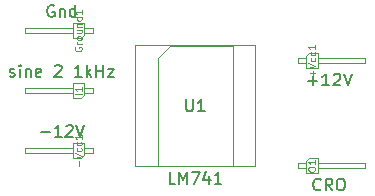
<source format=gbr>
G04 #@! TF.FileFunction,Other,Fab,Top*
%FSLAX46Y46*%
G04 Gerber Fmt 4.6, Leading zero omitted, Abs format (unit mm)*
G04 Created by KiCad (PCBNEW 4.0.7) date 01/25/19 00:07:42*
%MOMM*%
%LPD*%
G01*
G04 APERTURE LIST*
%ADD10C,0.100000*%
%ADD11C,0.150000*%
%ADD12C,0.090000*%
G04 APERTURE END LIST*
D10*
X159500000Y-88265000D02*
X160250000Y-88265000D01*
X160250000Y-88265000D02*
X160250000Y-89535000D01*
X160250000Y-89535000D02*
X159250000Y-89535000D01*
X159250000Y-89535000D02*
X159250000Y-88515000D01*
X159250000Y-88515000D02*
X159500000Y-88265000D01*
X158550000Y-88700000D02*
X159250000Y-88700000D01*
X158550000Y-88700000D02*
X158550000Y-89100000D01*
X158550000Y-89100000D02*
X159250000Y-89100000D01*
X160250000Y-88700000D02*
X164250000Y-88700000D01*
X164250000Y-88700000D02*
X164250000Y-89100000D01*
X160250000Y-89100000D02*
X164250000Y-89100000D01*
X140220000Y-97155000D02*
X139470000Y-97155000D01*
X139470000Y-97155000D02*
X139470000Y-95885000D01*
X139470000Y-95885000D02*
X140470000Y-95885000D01*
X140470000Y-95885000D02*
X140470000Y-96905000D01*
X140470000Y-96905000D02*
X140220000Y-97155000D01*
X141170000Y-96720000D02*
X140470000Y-96720000D01*
X141170000Y-96720000D02*
X141170000Y-96320000D01*
X141170000Y-96320000D02*
X140470000Y-96320000D01*
X139470000Y-96720000D02*
X135470000Y-96720000D01*
X135470000Y-96720000D02*
X135470000Y-96320000D01*
X139470000Y-96320000D02*
X135470000Y-96320000D01*
X140220000Y-86995000D02*
X139470000Y-86995000D01*
X139470000Y-86995000D02*
X139470000Y-85725000D01*
X139470000Y-85725000D02*
X140470000Y-85725000D01*
X140470000Y-85725000D02*
X140470000Y-86745000D01*
X140470000Y-86745000D02*
X140220000Y-86995000D01*
X141170000Y-86560000D02*
X140470000Y-86560000D01*
X141170000Y-86560000D02*
X141170000Y-86160000D01*
X141170000Y-86160000D02*
X140470000Y-86160000D01*
X139470000Y-86560000D02*
X135470000Y-86560000D01*
X135470000Y-86560000D02*
X135470000Y-86160000D01*
X139470000Y-86160000D02*
X135470000Y-86160000D01*
X140220000Y-92075000D02*
X139470000Y-92075000D01*
X139470000Y-92075000D02*
X139470000Y-90805000D01*
X139470000Y-90805000D02*
X140470000Y-90805000D01*
X140470000Y-90805000D02*
X140470000Y-91825000D01*
X140470000Y-91825000D02*
X140220000Y-92075000D01*
X141170000Y-91640000D02*
X140470000Y-91640000D01*
X141170000Y-91640000D02*
X141170000Y-91240000D01*
X141170000Y-91240000D02*
X140470000Y-91240000D01*
X139470000Y-91640000D02*
X135470000Y-91640000D01*
X135470000Y-91640000D02*
X135470000Y-91240000D01*
X139470000Y-91240000D02*
X135470000Y-91240000D01*
X159500000Y-97155000D02*
X160250000Y-97155000D01*
X160250000Y-97155000D02*
X160250000Y-98425000D01*
X160250000Y-98425000D02*
X159250000Y-98425000D01*
X159250000Y-98425000D02*
X159250000Y-97405000D01*
X159250000Y-97405000D02*
X159500000Y-97155000D01*
X158550000Y-97590000D02*
X159250000Y-97590000D01*
X158550000Y-97590000D02*
X158550000Y-97990000D01*
X158550000Y-97990000D02*
X159250000Y-97990000D01*
X160250000Y-97590000D02*
X164250000Y-97590000D01*
X164250000Y-97590000D02*
X164250000Y-97990000D01*
X160250000Y-97990000D02*
X164250000Y-97990000D01*
X147685000Y-87630000D02*
X153035000Y-87630000D01*
X153035000Y-87630000D02*
X153035000Y-97790000D01*
X153035000Y-97790000D02*
X146685000Y-97790000D01*
X146685000Y-97790000D02*
X146685000Y-88630000D01*
X146685000Y-88630000D02*
X147685000Y-87630000D01*
X144780000Y-87570000D02*
X144780000Y-97850000D01*
X144780000Y-97850000D02*
X154940000Y-97850000D01*
X154940000Y-97850000D02*
X154940000Y-87570000D01*
X154940000Y-87570000D02*
X144780000Y-87570000D01*
D11*
X159420595Y-90606429D02*
X160182500Y-90606429D01*
X159801548Y-90987381D02*
X159801548Y-90225476D01*
X161182500Y-90987381D02*
X160611071Y-90987381D01*
X160896785Y-90987381D02*
X160896785Y-89987381D01*
X160801547Y-90130238D01*
X160706309Y-90225476D01*
X160611071Y-90273095D01*
X161563452Y-90082619D02*
X161611071Y-90035000D01*
X161706309Y-89987381D01*
X161944405Y-89987381D01*
X162039643Y-90035000D01*
X162087262Y-90082619D01*
X162134881Y-90177857D01*
X162134881Y-90273095D01*
X162087262Y-90415952D01*
X161515833Y-90987381D01*
X162134881Y-90987381D01*
X162420595Y-89987381D02*
X162753928Y-90987381D01*
X163087262Y-89987381D01*
D12*
X159792857Y-90185715D02*
X159792857Y-89728572D01*
X160021429Y-89957143D02*
X159564286Y-89957143D01*
X159421429Y-89528572D02*
X160021429Y-89328572D01*
X159421429Y-89128572D01*
X159992857Y-88671429D02*
X160021429Y-88728572D01*
X160021429Y-88842858D01*
X159992857Y-88900000D01*
X159964286Y-88928572D01*
X159907143Y-88957143D01*
X159735714Y-88957143D01*
X159678571Y-88928572D01*
X159650000Y-88900000D01*
X159621429Y-88842858D01*
X159621429Y-88728572D01*
X159650000Y-88671429D01*
X159992857Y-88157143D02*
X160021429Y-88214286D01*
X160021429Y-88328572D01*
X159992857Y-88385714D01*
X159964286Y-88414286D01*
X159907143Y-88442857D01*
X159735714Y-88442857D01*
X159678571Y-88414286D01*
X159650000Y-88385714D01*
X159621429Y-88328572D01*
X159621429Y-88214286D01*
X159650000Y-88157143D01*
X160021429Y-87585714D02*
X160021429Y-87928571D01*
X160021429Y-87757143D02*
X159421429Y-87757143D01*
X159507143Y-87814286D01*
X159564286Y-87871428D01*
X159592857Y-87928571D01*
D11*
X136775595Y-94956429D02*
X137537500Y-94956429D01*
X138537500Y-95337381D02*
X137966071Y-95337381D01*
X138251785Y-95337381D02*
X138251785Y-94337381D01*
X138156547Y-94480238D01*
X138061309Y-94575476D01*
X137966071Y-94623095D01*
X138918452Y-94432619D02*
X138966071Y-94385000D01*
X139061309Y-94337381D01*
X139299405Y-94337381D01*
X139394643Y-94385000D01*
X139442262Y-94432619D01*
X139489881Y-94527857D01*
X139489881Y-94623095D01*
X139442262Y-94765952D01*
X138870833Y-95337381D01*
X139489881Y-95337381D01*
X139775595Y-94337381D02*
X140108928Y-95337381D01*
X140442262Y-94337381D01*
D12*
X140012857Y-97805715D02*
X140012857Y-97348572D01*
X139641429Y-97148572D02*
X140241429Y-96948572D01*
X139641429Y-96748572D01*
X140212857Y-96291429D02*
X140241429Y-96348572D01*
X140241429Y-96462858D01*
X140212857Y-96520000D01*
X140184286Y-96548572D01*
X140127143Y-96577143D01*
X139955714Y-96577143D01*
X139898571Y-96548572D01*
X139870000Y-96520000D01*
X139841429Y-96462858D01*
X139841429Y-96348572D01*
X139870000Y-96291429D01*
X140212857Y-95777143D02*
X140241429Y-95834286D01*
X140241429Y-95948572D01*
X140212857Y-96005714D01*
X140184286Y-96034286D01*
X140127143Y-96062857D01*
X139955714Y-96062857D01*
X139898571Y-96034286D01*
X139870000Y-96005714D01*
X139841429Y-95948572D01*
X139841429Y-95834286D01*
X139870000Y-95777143D01*
X140241429Y-95205714D02*
X140241429Y-95548571D01*
X140241429Y-95377143D02*
X139641429Y-95377143D01*
X139727143Y-95434286D01*
X139784286Y-95491428D01*
X139812857Y-95548571D01*
D11*
X137894643Y-84225000D02*
X137799405Y-84177381D01*
X137656548Y-84177381D01*
X137513690Y-84225000D01*
X137418452Y-84320238D01*
X137370833Y-84415476D01*
X137323214Y-84605952D01*
X137323214Y-84748810D01*
X137370833Y-84939286D01*
X137418452Y-85034524D01*
X137513690Y-85129762D01*
X137656548Y-85177381D01*
X137751786Y-85177381D01*
X137894643Y-85129762D01*
X137942262Y-85082143D01*
X137942262Y-84748810D01*
X137751786Y-84748810D01*
X138370833Y-84510714D02*
X138370833Y-85177381D01*
X138370833Y-84605952D02*
X138418452Y-84558333D01*
X138513690Y-84510714D01*
X138656548Y-84510714D01*
X138751786Y-84558333D01*
X138799405Y-84653571D01*
X138799405Y-85177381D01*
X139704167Y-85177381D02*
X139704167Y-84177381D01*
X139704167Y-85129762D02*
X139608929Y-85177381D01*
X139418452Y-85177381D01*
X139323214Y-85129762D01*
X139275595Y-85082143D01*
X139227976Y-84986905D01*
X139227976Y-84701190D01*
X139275595Y-84605952D01*
X139323214Y-84558333D01*
X139418452Y-84510714D01*
X139608929Y-84510714D01*
X139704167Y-84558333D01*
D12*
X139670000Y-87760000D02*
X139641429Y-87817143D01*
X139641429Y-87902857D01*
X139670000Y-87988572D01*
X139727143Y-88045714D01*
X139784286Y-88074286D01*
X139898571Y-88102857D01*
X139984286Y-88102857D01*
X140098571Y-88074286D01*
X140155714Y-88045714D01*
X140212857Y-87988572D01*
X140241429Y-87902857D01*
X140241429Y-87845714D01*
X140212857Y-87760000D01*
X140184286Y-87731429D01*
X139984286Y-87731429D01*
X139984286Y-87845714D01*
X140241429Y-87474286D02*
X139841429Y-87474286D01*
X139955714Y-87474286D02*
X139898571Y-87445714D01*
X139870000Y-87417143D01*
X139841429Y-87360000D01*
X139841429Y-87302857D01*
X140241429Y-87017143D02*
X140212857Y-87074285D01*
X140184286Y-87102857D01*
X140127143Y-87131428D01*
X139955714Y-87131428D01*
X139898571Y-87102857D01*
X139870000Y-87074285D01*
X139841429Y-87017143D01*
X139841429Y-86931428D01*
X139870000Y-86874285D01*
X139898571Y-86845714D01*
X139955714Y-86817143D01*
X140127143Y-86817143D01*
X140184286Y-86845714D01*
X140212857Y-86874285D01*
X140241429Y-86931428D01*
X140241429Y-87017143D01*
X139841429Y-86302857D02*
X140241429Y-86302857D01*
X139841429Y-86560000D02*
X140155714Y-86560000D01*
X140212857Y-86531428D01*
X140241429Y-86474286D01*
X140241429Y-86388571D01*
X140212857Y-86331428D01*
X140184286Y-86302857D01*
X139841429Y-86017143D02*
X140241429Y-86017143D01*
X139898571Y-86017143D02*
X139870000Y-85988571D01*
X139841429Y-85931429D01*
X139841429Y-85845714D01*
X139870000Y-85788571D01*
X139927143Y-85760000D01*
X140241429Y-85760000D01*
X140241429Y-85217143D02*
X139641429Y-85217143D01*
X140212857Y-85217143D02*
X140241429Y-85274286D01*
X140241429Y-85388572D01*
X140212857Y-85445714D01*
X140184286Y-85474286D01*
X140127143Y-85502857D01*
X139955714Y-85502857D01*
X139898571Y-85474286D01*
X139870000Y-85445714D01*
X139841429Y-85388572D01*
X139841429Y-85274286D01*
X139870000Y-85217143D01*
X140241429Y-84617143D02*
X140241429Y-84960000D01*
X140241429Y-84788572D02*
X139641429Y-84788572D01*
X139727143Y-84845715D01*
X139784286Y-84902857D01*
X139812857Y-84960000D01*
D11*
X134156547Y-90209762D02*
X134251785Y-90257381D01*
X134442261Y-90257381D01*
X134537500Y-90209762D01*
X134585119Y-90114524D01*
X134585119Y-90066905D01*
X134537500Y-89971667D01*
X134442261Y-89924048D01*
X134299404Y-89924048D01*
X134204166Y-89876429D01*
X134156547Y-89781190D01*
X134156547Y-89733571D01*
X134204166Y-89638333D01*
X134299404Y-89590714D01*
X134442261Y-89590714D01*
X134537500Y-89638333D01*
X135013690Y-90257381D02*
X135013690Y-89590714D01*
X135013690Y-89257381D02*
X134966071Y-89305000D01*
X135013690Y-89352619D01*
X135061309Y-89305000D01*
X135013690Y-89257381D01*
X135013690Y-89352619D01*
X135489880Y-89590714D02*
X135489880Y-90257381D01*
X135489880Y-89685952D02*
X135537499Y-89638333D01*
X135632737Y-89590714D01*
X135775595Y-89590714D01*
X135870833Y-89638333D01*
X135918452Y-89733571D01*
X135918452Y-90257381D01*
X136775595Y-90209762D02*
X136680357Y-90257381D01*
X136489880Y-90257381D01*
X136394642Y-90209762D01*
X136347023Y-90114524D01*
X136347023Y-89733571D01*
X136394642Y-89638333D01*
X136489880Y-89590714D01*
X136680357Y-89590714D01*
X136775595Y-89638333D01*
X136823214Y-89733571D01*
X136823214Y-89828810D01*
X136347023Y-89924048D01*
X137966071Y-89352619D02*
X138013690Y-89305000D01*
X138108928Y-89257381D01*
X138347024Y-89257381D01*
X138442262Y-89305000D01*
X138489881Y-89352619D01*
X138537500Y-89447857D01*
X138537500Y-89543095D01*
X138489881Y-89685952D01*
X137918452Y-90257381D01*
X138537500Y-90257381D01*
X140251786Y-90257381D02*
X139680357Y-90257381D01*
X139966071Y-90257381D02*
X139966071Y-89257381D01*
X139870833Y-89400238D01*
X139775595Y-89495476D01*
X139680357Y-89543095D01*
X140680357Y-90257381D02*
X140680357Y-89257381D01*
X140775595Y-89876429D02*
X141061310Y-90257381D01*
X141061310Y-89590714D02*
X140680357Y-89971667D01*
X141489881Y-90257381D02*
X141489881Y-89257381D01*
X141489881Y-89733571D02*
X142061310Y-89733571D01*
X142061310Y-90257381D02*
X142061310Y-89257381D01*
X142442262Y-89590714D02*
X142966072Y-89590714D01*
X142442262Y-90257381D01*
X142966072Y-90257381D01*
D12*
X140241429Y-91725714D02*
X139641429Y-91725714D01*
X140241429Y-91125714D02*
X140241429Y-91468571D01*
X140241429Y-91297143D02*
X139641429Y-91297143D01*
X139727143Y-91354286D01*
X139784286Y-91411428D01*
X139812857Y-91468571D01*
D11*
X160468215Y-99782143D02*
X160420596Y-99829762D01*
X160277739Y-99877381D01*
X160182501Y-99877381D01*
X160039643Y-99829762D01*
X159944405Y-99734524D01*
X159896786Y-99639286D01*
X159849167Y-99448810D01*
X159849167Y-99305952D01*
X159896786Y-99115476D01*
X159944405Y-99020238D01*
X160039643Y-98925000D01*
X160182501Y-98877381D01*
X160277739Y-98877381D01*
X160420596Y-98925000D01*
X160468215Y-98972619D01*
X161468215Y-99877381D02*
X161134881Y-99401190D01*
X160896786Y-99877381D02*
X160896786Y-98877381D01*
X161277739Y-98877381D01*
X161372977Y-98925000D01*
X161420596Y-98972619D01*
X161468215Y-99067857D01*
X161468215Y-99210714D01*
X161420596Y-99305952D01*
X161372977Y-99353571D01*
X161277739Y-99401190D01*
X160896786Y-99401190D01*
X162087262Y-98877381D02*
X162277739Y-98877381D01*
X162372977Y-98925000D01*
X162468215Y-99020238D01*
X162515834Y-99210714D01*
X162515834Y-99544048D01*
X162468215Y-99734524D01*
X162372977Y-99829762D01*
X162277739Y-99877381D01*
X162087262Y-99877381D01*
X161992024Y-99829762D01*
X161896786Y-99734524D01*
X161849167Y-99544048D01*
X161849167Y-99210714D01*
X161896786Y-99020238D01*
X161992024Y-98925000D01*
X162087262Y-98877381D01*
D12*
X159421429Y-98132857D02*
X159421429Y-98018571D01*
X159450000Y-97961429D01*
X159507143Y-97904286D01*
X159621429Y-97875714D01*
X159821429Y-97875714D01*
X159935714Y-97904286D01*
X159992857Y-97961429D01*
X160021429Y-98018571D01*
X160021429Y-98132857D01*
X159992857Y-98190000D01*
X159935714Y-98247143D01*
X159821429Y-98275714D01*
X159621429Y-98275714D01*
X159507143Y-98247143D01*
X159450000Y-98190000D01*
X159421429Y-98132857D01*
X160021429Y-97304286D02*
X160021429Y-97647143D01*
X160021429Y-97475715D02*
X159421429Y-97475715D01*
X159507143Y-97532858D01*
X159564286Y-97590000D01*
X159592857Y-97647143D01*
D11*
X148169524Y-99302381D02*
X147693333Y-99302381D01*
X147693333Y-98302381D01*
X148502857Y-99302381D02*
X148502857Y-98302381D01*
X148836191Y-99016667D01*
X149169524Y-98302381D01*
X149169524Y-99302381D01*
X149550476Y-98302381D02*
X150217143Y-98302381D01*
X149788571Y-99302381D01*
X151026667Y-98635714D02*
X151026667Y-99302381D01*
X150788571Y-98254762D02*
X150550476Y-98969048D01*
X151169524Y-98969048D01*
X152074286Y-99302381D02*
X151502857Y-99302381D01*
X151788571Y-99302381D02*
X151788571Y-98302381D01*
X151693333Y-98445238D01*
X151598095Y-98540476D01*
X151502857Y-98588095D01*
X149098095Y-92162381D02*
X149098095Y-92971905D01*
X149145714Y-93067143D01*
X149193333Y-93114762D01*
X149288571Y-93162381D01*
X149479048Y-93162381D01*
X149574286Y-93114762D01*
X149621905Y-93067143D01*
X149669524Y-92971905D01*
X149669524Y-92162381D01*
X150669524Y-93162381D02*
X150098095Y-93162381D01*
X150383809Y-93162381D02*
X150383809Y-92162381D01*
X150288571Y-92305238D01*
X150193333Y-92400476D01*
X150098095Y-92448095D01*
M02*

</source>
